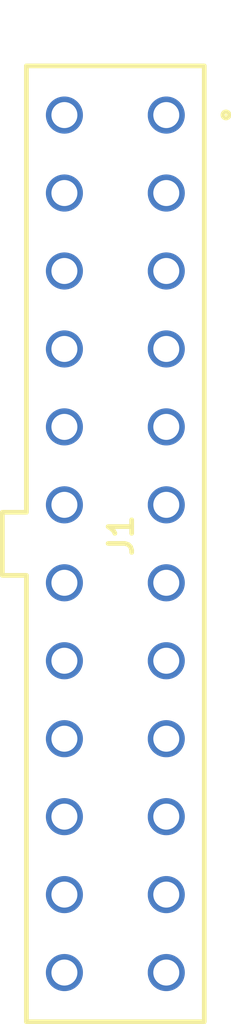
<source format=kicad_pcb>
(kicad_pcb (version 20221018) (generator pcbnew)
  (layers (0 "F.Cu" signal) (31 "B.Cu" signal) (34 "B.Paste" user) (35 "F.Paste" user) (36 "B.SilkS" user "B.Silkscreen") (37 "F.SilkS" user "F.Silkscreen") (38 "B.Mask" user) (39 "F.Mask" user) (44 "Edge.Cuts" user))
  (net 0 "")
  (net 1 "+3.3V")
  (net 2 "GND")
  (net 3 "+5V")
  (net 6 "+12V")
  (footprint "atx_power_supply:1-1775099-3" (layer "F.Cu") (at 105.85 57.2 -90)
    (fp_text reference "J1" (at -0.444 -5.108 90) (layer "F.SilkS") (effects (font (size 1.27 1.27) (thickness 0.254))))
    (fp_text value "1-1775099-3" hide)
    (fp_line (start -25.75 -9.6) (end 25.75 -9.6) (stroke (width 0.254)) (layer "F.SilkS"))
    (fp_line (start -25.75 0) (end -25.75 -9.6) (stroke (width 0.254)) (layer "F.SilkS"))
    (fp_line (start -1.7 0) (end -25.75 0) (stroke (width 0.254)) (layer "F.SilkS"))
    (fp_line (start -1.7 1.3) (end -1.7 0) (stroke (width 0.254)) (layer "F.SilkS"))
    (fp_line (start 1.7 0) (end 1.7 1.3) (stroke (width 0.254)) (layer "F.SilkS"))
    (fp_line (start 1.7 1.3) (end -1.7 1.3) (stroke (width 0.254)) (layer "F.SilkS"))
    (fp_line (start 25.75 -9.6) (end 25.75 0) (stroke (width 0.254)) (layer "F.SilkS"))
    (fp_line (start 25.75 0) (end 1.7 0) (stroke (width 0.254)) (layer "F.SilkS"))
    (fp_circle (center -23.108 -10.774) (end -23.108 -10.60985) (stroke (width 0.254)) (fill none) (layer "F.SilkS"))
    (pad "" np_thru_hole circle (at -27.8 -2.51 270) (size 3 3) (drill 3) (layers "*.Cu" "*.Mask"))
    (pad "1" thru_hole circle (at -23.1 -7.55 270) (size 2 2) (drill 1.4) (layers "*.Cu" "*.Mask") (net 1 "+3.3V"))
    (pad "2" thru_hole circle (at -18.9 -7.55 270) (size 2 2) (drill 1.4) (layers "*.Cu" "*.Mask") (net 1 "+3.3V"))
    (pad "3" thru_hole circle (at -14.7 -7.55 270) (size 2 2) (drill 1.4) (layers "*.Cu" "*.Mask") (net 2 "GND"))
    (pad "4" thru_hole circle (at -10.5 -7.55 270) (size 2 2) (drill 1.4) (layers "*.Cu" "*.Mask") (net 3 "+5V"))
    (pad "5" thru_hole circle (at -6.3 -7.55 270) (size 2 2) (drill 1.4) (layers "*.Cu" "*.Mask") (net 2 "GND"))
    (pad "6" thru_hole circle (at -2.1 -7.55 270) (size 2 2) (drill 1.4) (layers "*.Cu" "*.Mask") (net 3 "+5V"))
    (pad "7" thru_hole circle (at 2.1 -7.55 270) (size 2 2) (drill 1.4) (layers "*.Cu" "*.Mask") (net 2 "GND"))
    (pad "8" thru_hole circle (at 6.3 -7.55 270) (size 2 2) (drill 1.4) (layers "*.Cu" "*.Mask"))
    (pad "9" thru_hole circle (at 10.5 -7.55 270) (size 2 2) (drill 1.4) (layers "*.Cu" "*.Mask"))
    (pad "10" thru_hole circle (at 14.7 -7.55 270) (size 2 2) (drill 1.4) (layers "*.Cu" "*.Mask") (net 6 "+12V"))
    (pad "11" thru_hole circle (at 18.9 -7.55 270) (size 2 2) (drill 1.4) (layers "*.Cu" "*.Mask") (net 6 "+12V"))
    (pad "12" thru_hole circle (at 23.1 -7.55 270) (size 2 2) (drill 1.4) (layers "*.Cu" "*.Mask") (net 1 "+3.3V"))
    (pad "13" thru_hole circle (at -23.1 -2.05 270) (size 2 2) (drill 1.4) (layers "*.Cu" "*.Mask") (net 1 "+3.3V"))
    (pad "14" thru_hole circle (at -18.9 -2.05 270) (size 2 2) (drill 1.4) (layers "*.Cu" "*.Mask"))
    (pad "15" thru_hole circle (at -14.7 -2.05 270) (size 2 2) (drill 1.4) (layers "*.Cu" "*.Mask") (net 2 "GND"))
    (pad "16" thru_hole circle (at -10.5 -2.05 270) (size 2 2) (drill 1.4) (layers "*.Cu" "*.Mask"))
    (pad "17" thru_hole circle (at -6.3 -2.05 270) (size 2 2) (drill 1.4) (layers "*.Cu" "*.Mask") (net 2 "GND"))
    (pad "18" thru_hole circle (at -2.1 -2.05 270) (size 2 2) (drill 1.4) (layers "*.Cu" "*.Mask") (net 2 "GND"))
    (pad "19" thru_hole circle (at 2.1 -2.05 270) (size 2 2) (drill 1.4) (layers "*.Cu" "*.Mask") (net 2 "GND"))
    (pad "20" thru_hole circle (at 6.3 -2.05 270) (size 2 2) (drill 1.4) (layers "*.Cu" "*.Mask"))
    (pad "21" thru_hole circle (at 10.5 -2.05 270) (size 2 2) (drill 1.4) (layers "*.Cu" "*.Mask") (net 3 "+5V"))
    (pad "22" thru_hole circle (at 14.7 -2.05 270) (size 2 2) (drill 1.4) (layers "*.Cu" "*.Mask") (net 3 "+5V"))
    (pad "23" thru_hole circle (at 18.9 -2.05 270) (size 2 2) (drill 1.4) (layers "*.Cu" "*.Mask") (net 3 "+5V"))
    (pad "24" thru_hole circle (at 23.1 -2.05 270) (size 2 2) (drill 1.4) (layers "*.Cu" "*.Mask") (net 2 "GND"))
  )
)
</source>
